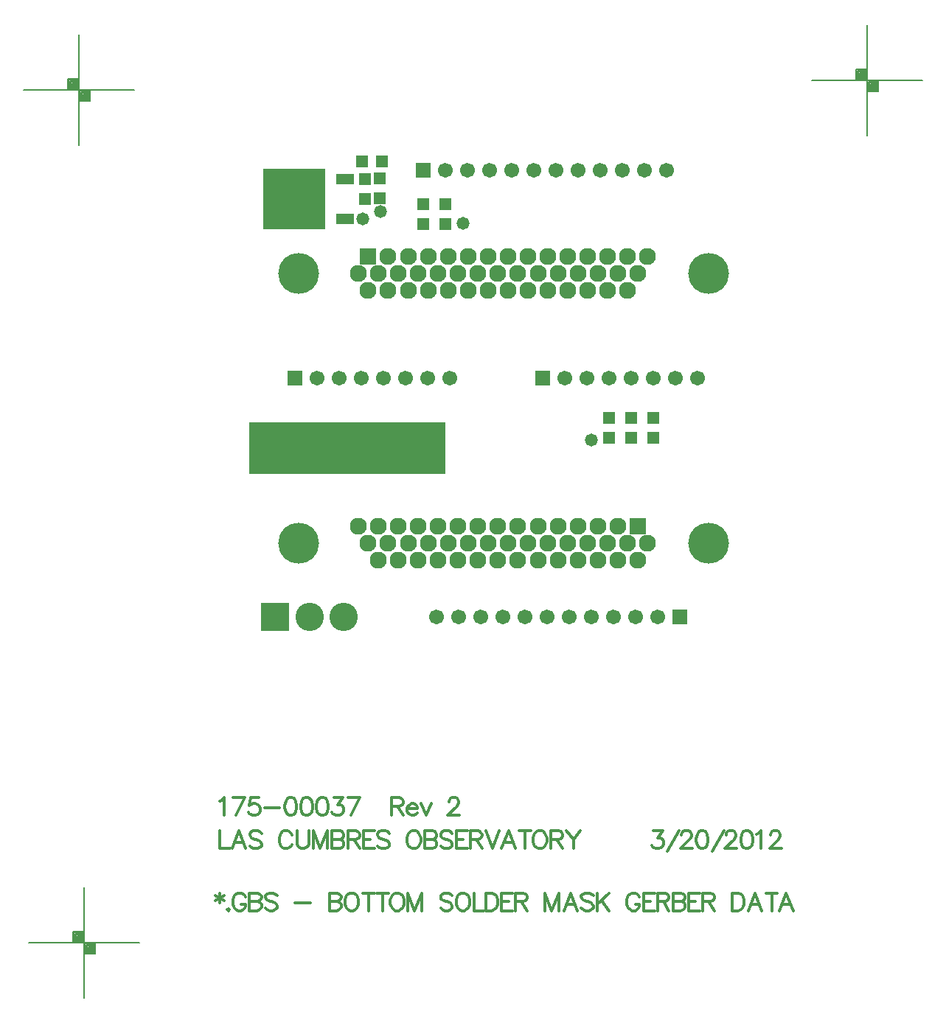
<source format=gbs>
%FSLAX23Y23*%
%MOIN*%
G70*
G01*
G75*
G04 Layer_Color=16711935*
%ADD10C,0.010*%
%ADD11C,0.012*%
%ADD12C,0.008*%
%ADD13C,0.012*%
%ADD14C,0.012*%
%ADD15C,0.069*%
%ADD16R,0.069X0.069*%
%ADD17C,0.177*%
%ADD18C,0.059*%
%ADD19R,0.059X0.059*%
%ADD20C,0.120*%
%ADD21R,0.120X0.120*%
%ADD22C,0.020*%
%ADD23C,0.050*%
%ADD24C,0.040*%
%ADD25C,0.087*%
G04:AMPARAMS|DCode=26|XSize=87.244mil|YSize=87.244mil|CornerRadius=0mil|HoleSize=0mil|Usage=FLASHONLY|Rotation=0.000|XOffset=0mil|YOffset=0mil|HoleType=Round|Shape=Relief|Width=10mil|Gap=10mil|Entries=4|*
%AMTHD26*
7,0,0,0.087,0.067,0.010,45*
%
%ADD26THD26*%
%ADD27C,0.162*%
%ADD28C,0.075*%
G04:AMPARAMS|DCode=29|XSize=110mil|YSize=110mil|CornerRadius=0mil|HoleSize=0mil|Usage=FLASHONLY|Rotation=0.000|XOffset=0mil|YOffset=0mil|HoleType=Round|Shape=Relief|Width=10mil|Gap=10mil|Entries=4|*
%AMTHD29*
7,0,0,0.110,0.090,0.010,45*
%
%ADD29THD29*%
%ADD30C,0.110*%
%ADD31C,0.068*%
G04:AMPARAMS|DCode=32|XSize=68mil|YSize=68mil|CornerRadius=0mil|HoleSize=0mil|Usage=FLASHONLY|Rotation=0.000|XOffset=0mil|YOffset=0mil|HoleType=Round|Shape=Relief|Width=10mil|Gap=10mil|Entries=4|*
%AMTHD32*
7,0,0,0.068,0.048,0.010,45*
%
%ADD32THD32*%
%ADD33C,0.005*%
%ADD34R,0.050X0.050*%
%ADD35R,0.272X0.268*%
%ADD36R,0.075X0.037*%
%ADD37R,0.050X0.050*%
%ADD38C,0.020*%
%ADD39R,0.315X0.135*%
%ADD40C,0.077*%
%ADD41R,0.077X0.077*%
%ADD42C,0.185*%
%ADD43C,0.067*%
%ADD44R,0.067X0.067*%
%ADD45C,0.128*%
%ADD46R,0.128X0.128*%
%ADD47C,0.028*%
%ADD48C,0.058*%
%ADD49R,0.888X0.233*%
%ADD50R,0.058X0.058*%
%ADD51R,0.280X0.276*%
%ADD52R,0.083X0.045*%
%ADD53R,0.058X0.058*%
D11*
X44398Y33331D02*
Y33285D01*
X44378Y33320D02*
X44417Y33297D01*
Y33320D02*
X44378Y33297D01*
X44437Y33259D02*
X44433Y33255D01*
X44437Y33251D01*
X44441Y33255D01*
X44437Y33259D01*
X44515Y33312D02*
X44511Y33320D01*
X44504Y33327D01*
X44496Y33331D01*
X44481D01*
X44473Y33327D01*
X44466Y33320D01*
X44462Y33312D01*
X44458Y33301D01*
Y33281D01*
X44462Y33270D01*
X44466Y33262D01*
X44473Y33255D01*
X44481Y33251D01*
X44496D01*
X44504Y33255D01*
X44511Y33262D01*
X44515Y33270D01*
Y33281D01*
X44496D02*
X44515D01*
X44533Y33331D02*
Y33251D01*
Y33331D02*
X44568D01*
X44579Y33327D01*
X44583Y33323D01*
X44587Y33316D01*
Y33308D01*
X44583Y33301D01*
X44579Y33297D01*
X44568Y33293D01*
X44533D02*
X44568D01*
X44579Y33289D01*
X44583Y33285D01*
X44587Y33278D01*
Y33266D01*
X44583Y33259D01*
X44579Y33255D01*
X44568Y33251D01*
X44533D01*
X44658Y33320D02*
X44650Y33327D01*
X44639Y33331D01*
X44624D01*
X44612Y33327D01*
X44605Y33320D01*
Y33312D01*
X44609Y33304D01*
X44612Y33301D01*
X44620Y33297D01*
X44643Y33289D01*
X44650Y33285D01*
X44654Y33281D01*
X44658Y33274D01*
Y33262D01*
X44650Y33255D01*
X44639Y33251D01*
X44624D01*
X44612Y33255D01*
X44605Y33262D01*
X44739Y33285D02*
X44807D01*
X44894Y33331D02*
Y33251D01*
Y33331D02*
X44928D01*
X44939Y33327D01*
X44943Y33323D01*
X44947Y33316D01*
Y33308D01*
X44943Y33301D01*
X44939Y33297D01*
X44928Y33293D01*
X44894D02*
X44928D01*
X44939Y33289D01*
X44943Y33285D01*
X44947Y33278D01*
Y33266D01*
X44943Y33259D01*
X44939Y33255D01*
X44928Y33251D01*
X44894D01*
X44988Y33331D02*
X44980Y33327D01*
X44973Y33320D01*
X44969Y33312D01*
X44965Y33301D01*
Y33281D01*
X44969Y33270D01*
X44973Y33262D01*
X44980Y33255D01*
X44988Y33251D01*
X45003D01*
X45011Y33255D01*
X45018Y33262D01*
X45022Y33270D01*
X45026Y33281D01*
Y33301D01*
X45022Y33312D01*
X45018Y33320D01*
X45011Y33327D01*
X45003Y33331D01*
X44988D01*
X45071D02*
Y33251D01*
X45045Y33331D02*
X45098D01*
X45134D02*
Y33251D01*
X45107Y33331D02*
X45161D01*
X45193D02*
X45186Y33327D01*
X45178Y33320D01*
X45174Y33312D01*
X45170Y33301D01*
Y33281D01*
X45174Y33270D01*
X45178Y33262D01*
X45186Y33255D01*
X45193Y33251D01*
X45208D01*
X45216Y33255D01*
X45224Y33262D01*
X45227Y33270D01*
X45231Y33281D01*
Y33301D01*
X45227Y33312D01*
X45224Y33320D01*
X45216Y33327D01*
X45208Y33331D01*
X45193D01*
X45250D02*
Y33251D01*
Y33331D02*
X45280Y33251D01*
X45311Y33331D02*
X45280Y33251D01*
X45311Y33331D02*
Y33251D01*
X45450Y33320D02*
X45442Y33327D01*
X45431Y33331D01*
X45416D01*
X45404Y33327D01*
X45397Y33320D01*
Y33312D01*
X45400Y33304D01*
X45404Y33301D01*
X45412Y33297D01*
X45435Y33289D01*
X45442Y33285D01*
X45446Y33281D01*
X45450Y33274D01*
Y33262D01*
X45442Y33255D01*
X45431Y33251D01*
X45416D01*
X45404Y33255D01*
X45397Y33262D01*
X45491Y33331D02*
X45483Y33327D01*
X45475Y33320D01*
X45472Y33312D01*
X45468Y33301D01*
Y33281D01*
X45472Y33270D01*
X45475Y33262D01*
X45483Y33255D01*
X45491Y33251D01*
X45506D01*
X45513Y33255D01*
X45521Y33262D01*
X45525Y33270D01*
X45529Y33281D01*
Y33301D01*
X45525Y33312D01*
X45521Y33320D01*
X45513Y33327D01*
X45506Y33331D01*
X45491D01*
X45547D02*
Y33251D01*
X45593D01*
X45602Y33331D02*
Y33251D01*
Y33331D02*
X45628D01*
X45640Y33327D01*
X45648Y33320D01*
X45651Y33312D01*
X45655Y33301D01*
Y33281D01*
X45651Y33270D01*
X45648Y33262D01*
X45640Y33255D01*
X45628Y33251D01*
X45602D01*
X45723Y33331D02*
X45673D01*
Y33251D01*
X45723D01*
X45673Y33293D02*
X45704D01*
X45736Y33331D02*
Y33251D01*
Y33331D02*
X45770D01*
X45782Y33327D01*
X45785Y33323D01*
X45789Y33316D01*
Y33308D01*
X45785Y33301D01*
X45782Y33297D01*
X45770Y33293D01*
X45736D01*
X45763D02*
X45789Y33251D01*
X45870Y33331D02*
Y33251D01*
Y33331D02*
X45900Y33251D01*
X45931Y33331D02*
X45900Y33251D01*
X45931Y33331D02*
Y33251D01*
X46015D02*
X45984Y33331D01*
X45954Y33251D01*
X45965Y33278D02*
X46003D01*
X46087Y33320D02*
X46079Y33327D01*
X46068Y33331D01*
X46052D01*
X46041Y33327D01*
X46033Y33320D01*
Y33312D01*
X46037Y33304D01*
X46041Y33301D01*
X46049Y33297D01*
X46071Y33289D01*
X46079Y33285D01*
X46083Y33281D01*
X46087Y33274D01*
Y33262D01*
X46079Y33255D01*
X46068Y33251D01*
X46052D01*
X46041Y33255D01*
X46033Y33262D01*
X46105Y33331D02*
Y33251D01*
X46158Y33331D02*
X46105Y33278D01*
X46124Y33297D02*
X46158Y33251D01*
X46296Y33312D02*
X46292Y33320D01*
X46284Y33327D01*
X46277Y33331D01*
X46261D01*
X46254Y33327D01*
X46246Y33320D01*
X46242Y33312D01*
X46239Y33301D01*
Y33281D01*
X46242Y33270D01*
X46246Y33262D01*
X46254Y33255D01*
X46261Y33251D01*
X46277D01*
X46284Y33255D01*
X46292Y33262D01*
X46296Y33270D01*
Y33281D01*
X46277D02*
X46296D01*
X46364Y33331D02*
X46314D01*
Y33251D01*
X46364D01*
X46314Y33293D02*
X46345D01*
X46377Y33331D02*
Y33251D01*
Y33331D02*
X46411D01*
X46423Y33327D01*
X46426Y33323D01*
X46430Y33316D01*
Y33308D01*
X46426Y33301D01*
X46423Y33297D01*
X46411Y33293D01*
X46377D01*
X46404D02*
X46430Y33251D01*
X46448Y33331D02*
Y33251D01*
Y33331D02*
X46482D01*
X46494Y33327D01*
X46498Y33323D01*
X46501Y33316D01*
Y33308D01*
X46498Y33301D01*
X46494Y33297D01*
X46482Y33293D01*
X46448D02*
X46482D01*
X46494Y33289D01*
X46498Y33285D01*
X46501Y33278D01*
Y33266D01*
X46498Y33259D01*
X46494Y33255D01*
X46482Y33251D01*
X46448D01*
X46569Y33331D02*
X46519D01*
Y33251D01*
X46569D01*
X46519Y33293D02*
X46550D01*
X46582Y33331D02*
Y33251D01*
Y33331D02*
X46616D01*
X46628Y33327D01*
X46632Y33323D01*
X46636Y33316D01*
Y33308D01*
X46632Y33301D01*
X46628Y33297D01*
X46616Y33293D01*
X46582D01*
X46609D02*
X46636Y33251D01*
X46716Y33331D02*
Y33251D01*
Y33331D02*
X46743D01*
X46754Y33327D01*
X46762Y33320D01*
X46766Y33312D01*
X46770Y33301D01*
Y33281D01*
X46766Y33270D01*
X46762Y33262D01*
X46754Y33255D01*
X46743Y33251D01*
X46716D01*
X46848D02*
X46818Y33331D01*
X46787Y33251D01*
X46799Y33278D02*
X46837D01*
X46894Y33331D02*
Y33251D01*
X46867Y33331D02*
X46920D01*
X46991Y33251D02*
X46960Y33331D01*
X46930Y33251D01*
X46941Y33278D02*
X46979D01*
D12*
X47076Y37005D02*
X47576D01*
X47326Y36755D02*
Y37255D01*
X47376Y36955D02*
Y37005D01*
X47326Y36955D02*
X47376D01*
X47276Y37005D02*
Y37055D01*
X47326D01*
X47281Y37010D02*
X47321D01*
X47281D02*
Y37050D01*
X47321D01*
Y37010D02*
Y37050D01*
X47286Y37015D02*
X47316D01*
X47286D02*
Y37045D01*
X47316D01*
Y37020D02*
Y37045D01*
X47291Y37020D02*
X47311D01*
X47291D02*
Y37040D01*
X47311D01*
Y37025D02*
Y37040D01*
X47296Y37025D02*
X47306D01*
X47296D02*
Y37035D01*
X47306D01*
Y37025D02*
Y37035D01*
X47296Y37030D02*
X47306D01*
X47331Y36960D02*
X47371D01*
X47331D02*
Y37000D01*
X47371D01*
Y36960D02*
Y37000D01*
X47336Y36965D02*
X47366D01*
X47336D02*
Y36995D01*
X47366D01*
Y36970D02*
Y36995D01*
X47341Y36970D02*
X47361D01*
X47341D02*
Y36990D01*
X47361D01*
Y36975D02*
Y36990D01*
X47346Y36975D02*
X47356D01*
X47346D02*
Y36985D01*
X47356D01*
Y36975D02*
Y36985D01*
X47346Y36980D02*
X47356D01*
X43511Y36964D02*
X44011D01*
X43761Y36714D02*
Y37214D01*
X43811Y36914D02*
Y36964D01*
X43761Y36914D02*
X43811D01*
X43711Y36964D02*
Y37014D01*
X43761D01*
X43716Y36969D02*
X43756D01*
X43716D02*
Y37009D01*
X43756D01*
Y36969D02*
Y37009D01*
X43721Y36974D02*
X43751D01*
X43721D02*
Y37004D01*
X43751D01*
Y36979D02*
Y37004D01*
X43726Y36979D02*
X43746D01*
X43726D02*
Y36999D01*
X43746D01*
Y36984D02*
Y36999D01*
X43731Y36984D02*
X43741D01*
X43731D02*
Y36994D01*
X43741D01*
Y36984D02*
Y36994D01*
X43731Y36989D02*
X43741D01*
X43766Y36919D02*
X43806D01*
X43766D02*
Y36959D01*
X43806D01*
Y36919D02*
Y36959D01*
X43771Y36924D02*
X43801D01*
X43771D02*
Y36954D01*
X43801D01*
Y36929D02*
Y36954D01*
X43776Y36929D02*
X43796D01*
X43776D02*
Y36949D01*
X43796D01*
Y36934D02*
Y36949D01*
X43781Y36934D02*
X43791D01*
X43781D02*
Y36944D01*
X43791D01*
Y36934D02*
Y36944D01*
X43781Y36939D02*
X43791D01*
X43534Y33107D02*
X44034D01*
X43784Y32857D02*
Y33357D01*
X43834Y33057D02*
Y33107D01*
X43784Y33057D02*
X43834D01*
X43734Y33107D02*
Y33157D01*
X43784D01*
X43739Y33112D02*
X43779D01*
X43739D02*
Y33152D01*
X43779D01*
Y33112D02*
Y33152D01*
X43744Y33117D02*
X43774D01*
X43744D02*
Y33147D01*
X43774D01*
Y33122D02*
Y33147D01*
X43749Y33122D02*
X43769D01*
X43749D02*
Y33142D01*
X43769D01*
Y33127D02*
Y33142D01*
X43754Y33127D02*
X43764D01*
X43754D02*
Y33137D01*
X43764D01*
Y33127D02*
Y33137D01*
X43754Y33132D02*
X43764D01*
X43789Y33062D02*
X43829D01*
X43789D02*
Y33102D01*
X43829D01*
Y33062D02*
Y33102D01*
X43794Y33067D02*
X43824D01*
X43794D02*
Y33097D01*
X43824D01*
Y33072D02*
Y33097D01*
X43799Y33072D02*
X43819D01*
X43799D02*
Y33092D01*
X43819D01*
Y33077D02*
Y33092D01*
X43804Y33077D02*
X43814D01*
X43804D02*
Y33087D01*
X43814D01*
Y33077D02*
Y33087D01*
X43804Y33082D02*
X43814D01*
D13*
X44399Y33746D02*
X44407Y33750D01*
X44419Y33762D01*
Y33682D01*
X44511Y33762D02*
X44473Y33682D01*
X44458Y33762D02*
X44511D01*
X44575D02*
X44537D01*
X44533Y33727D01*
X44537Y33731D01*
X44548Y33735D01*
X44560D01*
X44571Y33731D01*
X44579Y33724D01*
X44583Y33712D01*
Y33704D01*
X44579Y33693D01*
X44571Y33685D01*
X44560Y33682D01*
X44548D01*
X44537Y33685D01*
X44533Y33689D01*
X44529Y33697D01*
X44601Y33716D02*
X44669D01*
X44716Y33762D02*
X44704Y33758D01*
X44697Y33746D01*
X44693Y33727D01*
Y33716D01*
X44697Y33697D01*
X44704Y33685D01*
X44716Y33682D01*
X44723D01*
X44735Y33685D01*
X44742Y33697D01*
X44746Y33716D01*
Y33727D01*
X44742Y33746D01*
X44735Y33758D01*
X44723Y33762D01*
X44716D01*
X44787D02*
X44775Y33758D01*
X44768Y33746D01*
X44764Y33727D01*
Y33716D01*
X44768Y33697D01*
X44775Y33685D01*
X44787Y33682D01*
X44794D01*
X44806Y33685D01*
X44814Y33697D01*
X44817Y33716D01*
Y33727D01*
X44814Y33746D01*
X44806Y33758D01*
X44794Y33762D01*
X44787D01*
X44858D02*
X44847Y33758D01*
X44839Y33746D01*
X44835Y33727D01*
Y33716D01*
X44839Y33697D01*
X44847Y33685D01*
X44858Y33682D01*
X44866D01*
X44877Y33685D01*
X44885Y33697D01*
X44889Y33716D01*
Y33727D01*
X44885Y33746D01*
X44877Y33758D01*
X44866Y33762D01*
X44858D01*
X44914D02*
X44956D01*
X44933Y33731D01*
X44945D01*
X44952Y33727D01*
X44956Y33724D01*
X44960Y33712D01*
Y33704D01*
X44956Y33693D01*
X44948Y33685D01*
X44937Y33682D01*
X44925D01*
X44914Y33685D01*
X44910Y33689D01*
X44906Y33697D01*
X45031Y33762D02*
X44993Y33682D01*
X44978Y33762D02*
X45031D01*
X45175D02*
Y33682D01*
Y33762D02*
X45209D01*
X45220Y33758D01*
X45224Y33754D01*
X45228Y33746D01*
Y33739D01*
X45224Y33731D01*
X45220Y33727D01*
X45209Y33724D01*
X45175D01*
X45201D02*
X45228Y33682D01*
X45246Y33712D02*
X45291D01*
Y33720D01*
X45288Y33727D01*
X45284Y33731D01*
X45276Y33735D01*
X45265D01*
X45257Y33731D01*
X45250Y33724D01*
X45246Y33712D01*
Y33704D01*
X45250Y33693D01*
X45257Y33685D01*
X45265Y33682D01*
X45276D01*
X45284Y33685D01*
X45291Y33693D01*
X45309Y33735D02*
X45331Y33682D01*
X45354Y33735D02*
X45331Y33682D01*
X45434Y33743D02*
Y33746D01*
X45438Y33754D01*
X45442Y33758D01*
X45449Y33762D01*
X45464D01*
X45472Y33758D01*
X45476Y33754D01*
X45480Y33746D01*
Y33739D01*
X45476Y33731D01*
X45468Y33720D01*
X45430Y33682D01*
X45483D01*
D14*
X44399Y33612D02*
Y33532D01*
X44445D01*
X44515D02*
X44484Y33612D01*
X44454Y33532D01*
X44465Y33558D02*
X44503D01*
X44587Y33600D02*
X44579Y33608D01*
X44568Y33612D01*
X44553D01*
X44541Y33608D01*
X44534Y33600D01*
Y33593D01*
X44537Y33585D01*
X44541Y33581D01*
X44549Y33577D01*
X44572Y33570D01*
X44579Y33566D01*
X44583Y33562D01*
X44587Y33554D01*
Y33543D01*
X44579Y33535D01*
X44568Y33532D01*
X44553D01*
X44541Y33535D01*
X44534Y33543D01*
X44725Y33593D02*
X44721Y33600D01*
X44713Y33608D01*
X44706Y33612D01*
X44690D01*
X44683Y33608D01*
X44675Y33600D01*
X44671Y33593D01*
X44668Y33581D01*
Y33562D01*
X44671Y33551D01*
X44675Y33543D01*
X44683Y33535D01*
X44690Y33532D01*
X44706D01*
X44713Y33535D01*
X44721Y33543D01*
X44725Y33551D01*
X44747Y33612D02*
Y33554D01*
X44751Y33543D01*
X44759Y33535D01*
X44770Y33532D01*
X44778D01*
X44789Y33535D01*
X44797Y33543D01*
X44801Y33554D01*
Y33612D01*
X44823D02*
Y33532D01*
Y33612D02*
X44853Y33532D01*
X44884Y33612D02*
X44853Y33532D01*
X44884Y33612D02*
Y33532D01*
X44906Y33612D02*
Y33532D01*
Y33612D02*
X44941D01*
X44952Y33608D01*
X44956Y33604D01*
X44960Y33596D01*
Y33589D01*
X44956Y33581D01*
X44952Y33577D01*
X44941Y33573D01*
X44906D02*
X44941D01*
X44952Y33570D01*
X44956Y33566D01*
X44960Y33558D01*
Y33547D01*
X44956Y33539D01*
X44952Y33535D01*
X44941Y33532D01*
X44906D01*
X44978Y33612D02*
Y33532D01*
Y33612D02*
X45012D01*
X45023Y33608D01*
X45027Y33604D01*
X45031Y33596D01*
Y33589D01*
X45027Y33581D01*
X45023Y33577D01*
X45012Y33573D01*
X44978D01*
X45004D02*
X45031Y33532D01*
X45098Y33612D02*
X45049D01*
Y33532D01*
X45098D01*
X45049Y33573D02*
X45079D01*
X45165Y33600D02*
X45157Y33608D01*
X45146Y33612D01*
X45131D01*
X45119Y33608D01*
X45112Y33600D01*
Y33593D01*
X45116Y33585D01*
X45119Y33581D01*
X45127Y33577D01*
X45150Y33570D01*
X45157Y33566D01*
X45161Y33562D01*
X45165Y33554D01*
Y33543D01*
X45157Y33535D01*
X45146Y33532D01*
X45131D01*
X45119Y33535D01*
X45112Y33543D01*
X45269Y33612D02*
X45261Y33608D01*
X45253Y33600D01*
X45250Y33593D01*
X45246Y33581D01*
Y33562D01*
X45250Y33551D01*
X45253Y33543D01*
X45261Y33535D01*
X45269Y33532D01*
X45284D01*
X45291Y33535D01*
X45299Y33543D01*
X45303Y33551D01*
X45307Y33562D01*
Y33581D01*
X45303Y33593D01*
X45299Y33600D01*
X45291Y33608D01*
X45284Y33612D01*
X45269D01*
X45325D02*
Y33532D01*
Y33612D02*
X45360D01*
X45371Y33608D01*
X45375Y33604D01*
X45379Y33596D01*
Y33589D01*
X45375Y33581D01*
X45371Y33577D01*
X45360Y33573D01*
X45325D02*
X45360D01*
X45371Y33570D01*
X45375Y33566D01*
X45379Y33558D01*
Y33547D01*
X45375Y33539D01*
X45371Y33535D01*
X45360Y33532D01*
X45325D01*
X45450Y33600D02*
X45442Y33608D01*
X45431Y33612D01*
X45416D01*
X45404Y33608D01*
X45397Y33600D01*
Y33593D01*
X45400Y33585D01*
X45404Y33581D01*
X45412Y33577D01*
X45435Y33570D01*
X45442Y33566D01*
X45446Y33562D01*
X45450Y33554D01*
Y33543D01*
X45442Y33535D01*
X45431Y33532D01*
X45416D01*
X45404Y33535D01*
X45397Y33543D01*
X45517Y33612D02*
X45468D01*
Y33532D01*
X45517D01*
X45468Y33573D02*
X45498D01*
X45531Y33612D02*
Y33532D01*
Y33612D02*
X45565D01*
X45576Y33608D01*
X45580Y33604D01*
X45584Y33596D01*
Y33589D01*
X45580Y33581D01*
X45576Y33577D01*
X45565Y33573D01*
X45531D01*
X45557D02*
X45584Y33532D01*
X45602Y33612D02*
X45632Y33532D01*
X45663Y33612D02*
X45632Y33532D01*
X45734D02*
X45704Y33612D01*
X45673Y33532D01*
X45685Y33558D02*
X45723D01*
X45779Y33612D02*
Y33532D01*
X45753Y33612D02*
X45806D01*
X45838D02*
X45831Y33608D01*
X45823Y33600D01*
X45819Y33593D01*
X45816Y33581D01*
Y33562D01*
X45819Y33551D01*
X45823Y33543D01*
X45831Y33535D01*
X45838Y33532D01*
X45854D01*
X45861Y33535D01*
X45869Y33543D01*
X45873Y33551D01*
X45877Y33562D01*
Y33581D01*
X45873Y33593D01*
X45869Y33600D01*
X45861Y33608D01*
X45854Y33612D01*
X45838D01*
X45895D02*
Y33532D01*
Y33612D02*
X45929D01*
X45941Y33608D01*
X45945Y33604D01*
X45948Y33596D01*
Y33589D01*
X45945Y33581D01*
X45941Y33577D01*
X45929Y33573D01*
X45895D01*
X45922D02*
X45948Y33532D01*
X45966Y33612D02*
X45997Y33573D01*
Y33532D01*
X46027Y33612D02*
X45997Y33573D01*
X46359Y33612D02*
X46401D01*
X46379Y33581D01*
X46390D01*
X46398Y33577D01*
X46401Y33573D01*
X46405Y33562D01*
Y33554D01*
X46401Y33543D01*
X46394Y33535D01*
X46382Y33532D01*
X46371D01*
X46359Y33535D01*
X46356Y33539D01*
X46352Y33547D01*
X46423Y33520D02*
X46476Y33612D01*
X46486Y33593D02*
Y33596D01*
X46489Y33604D01*
X46493Y33608D01*
X46501Y33612D01*
X46516D01*
X46524Y33608D01*
X46527Y33604D01*
X46531Y33596D01*
Y33589D01*
X46527Y33581D01*
X46520Y33570D01*
X46482Y33532D01*
X46535D01*
X46576Y33612D02*
X46564Y33608D01*
X46557Y33596D01*
X46553Y33577D01*
Y33566D01*
X46557Y33547D01*
X46564Y33535D01*
X46576Y33532D01*
X46583D01*
X46595Y33535D01*
X46602Y33547D01*
X46606Y33566D01*
Y33577D01*
X46602Y33596D01*
X46595Y33608D01*
X46583Y33612D01*
X46576D01*
X46624Y33520D02*
X46677Y33612D01*
X46687Y33593D02*
Y33596D01*
X46690Y33604D01*
X46694Y33608D01*
X46702Y33612D01*
X46717D01*
X46725Y33608D01*
X46729Y33604D01*
X46732Y33596D01*
Y33589D01*
X46729Y33581D01*
X46721Y33570D01*
X46683Y33532D01*
X46736D01*
X46777Y33612D02*
X46765Y33608D01*
X46758Y33596D01*
X46754Y33577D01*
Y33566D01*
X46758Y33547D01*
X46765Y33535D01*
X46777Y33532D01*
X46785D01*
X46796Y33535D01*
X46804Y33547D01*
X46807Y33566D01*
Y33577D01*
X46804Y33596D01*
X46796Y33608D01*
X46785Y33612D01*
X46777D01*
X46825Y33596D02*
X46833Y33600D01*
X46844Y33612D01*
Y33532D01*
X46888Y33593D02*
Y33596D01*
X46892Y33604D01*
X46895Y33608D01*
X46903Y33612D01*
X46918D01*
X46926Y33608D01*
X46930Y33604D01*
X46933Y33596D01*
Y33589D01*
X46930Y33581D01*
X46922Y33570D01*
X46884Y33532D01*
X46937D01*
D40*
X46242Y36055D02*
D03*
X46152D02*
D03*
X46062D02*
D03*
X45972D02*
D03*
X45882D02*
D03*
X45792D02*
D03*
X45701D02*
D03*
X45611D02*
D03*
X45521D02*
D03*
X45431D02*
D03*
X45341D02*
D03*
X45251D02*
D03*
X45160D02*
D03*
X45070D02*
D03*
X46287Y36133D02*
D03*
X46197D02*
D03*
X46107D02*
D03*
X46017D02*
D03*
X45927D02*
D03*
X45837D02*
D03*
X45746D02*
D03*
X45656D02*
D03*
X45566D02*
D03*
X45476D02*
D03*
X45386D02*
D03*
X45296D02*
D03*
X45206D02*
D03*
X45115D02*
D03*
X45025D02*
D03*
X46332Y36211D02*
D03*
X46242D02*
D03*
X46152D02*
D03*
X46062D02*
D03*
X45972D02*
D03*
X45882D02*
D03*
X45792D02*
D03*
X45701D02*
D03*
X45611D02*
D03*
X45521D02*
D03*
X45431D02*
D03*
X45341D02*
D03*
X45251D02*
D03*
X45160D02*
D03*
X46197Y34991D02*
D03*
X46107D02*
D03*
X46017D02*
D03*
X45927D02*
D03*
X45837D02*
D03*
X45746D02*
D03*
X45656D02*
D03*
X45566D02*
D03*
X45476D02*
D03*
X45386D02*
D03*
X45296D02*
D03*
X45206D02*
D03*
X45115D02*
D03*
X45025D02*
D03*
X46332Y34913D02*
D03*
X46242D02*
D03*
X46152D02*
D03*
X46062D02*
D03*
X45972D02*
D03*
X45882D02*
D03*
X45792D02*
D03*
X45701D02*
D03*
X45611D02*
D03*
X45521D02*
D03*
X45431D02*
D03*
X45341D02*
D03*
X45251D02*
D03*
X45160D02*
D03*
X45070D02*
D03*
X46287Y34835D02*
D03*
X46197D02*
D03*
X46107D02*
D03*
X46017D02*
D03*
X45927D02*
D03*
X45837D02*
D03*
X45746D02*
D03*
X45656D02*
D03*
X45566D02*
D03*
X45476D02*
D03*
X45386D02*
D03*
X45296D02*
D03*
X45206D02*
D03*
X45115D02*
D03*
D41*
X45070Y36211D02*
D03*
X46287Y34991D02*
D03*
D42*
X46607Y36133D02*
D03*
X44755D02*
D03*
Y34913D02*
D03*
X46607D02*
D03*
D43*
X45380Y34580D02*
D03*
X45480D02*
D03*
X45580D02*
D03*
X45680D02*
D03*
X45780D02*
D03*
X45880D02*
D03*
X45980D02*
D03*
X46080D02*
D03*
X46180D02*
D03*
X46280D02*
D03*
X46380D02*
D03*
X45440Y35661D02*
D03*
X45340D02*
D03*
X45240D02*
D03*
X45140D02*
D03*
X45040D02*
D03*
X44940D02*
D03*
X44840D02*
D03*
X46560D02*
D03*
X46460D02*
D03*
X46360D02*
D03*
X46260D02*
D03*
X46160D02*
D03*
X46060D02*
D03*
X45960D02*
D03*
X46420Y36600D02*
D03*
X46320D02*
D03*
X46220D02*
D03*
X46120D02*
D03*
X46020D02*
D03*
X45920D02*
D03*
X45820D02*
D03*
X45720D02*
D03*
X45620D02*
D03*
X45520D02*
D03*
X45420D02*
D03*
D44*
X46480Y34580D02*
D03*
X44740Y35661D02*
D03*
X45860D02*
D03*
X45320Y36600D02*
D03*
D45*
X44960Y34580D02*
D03*
X44804D02*
D03*
D46*
X44648D02*
D03*
D47*
X44655Y36549D02*
D03*
Y36490D02*
D03*
Y36431D02*
D03*
Y36372D02*
D03*
X44714Y36392D02*
D03*
Y36451D02*
D03*
Y36510D02*
D03*
Y36569D02*
D03*
X44773Y36549D02*
D03*
Y36490D02*
D03*
Y36431D02*
D03*
Y36372D02*
D03*
X44832Y36392D02*
D03*
Y36451D02*
D03*
Y36510D02*
D03*
Y36569D02*
D03*
D48*
X45500Y36361D02*
D03*
X46080Y35381D02*
D03*
X45124Y36413D02*
D03*
X45045Y36379D02*
D03*
D49*
X44974Y35342D02*
D03*
D50*
X46160Y35480D02*
D03*
Y35390D02*
D03*
X46260Y35480D02*
D03*
Y35390D02*
D03*
X46360Y35480D02*
D03*
Y35390D02*
D03*
X45420Y36445D02*
D03*
Y36355D02*
D03*
X45320Y36445D02*
D03*
Y36355D02*
D03*
X45123Y36472D02*
D03*
Y36562D02*
D03*
X45054Y36470D02*
D03*
Y36560D02*
D03*
D51*
X44734Y36470D02*
D03*
D52*
X44964Y36381D02*
D03*
Y36560D02*
D03*
D53*
X45041Y36641D02*
D03*
X45131D02*
D03*
M02*

</source>
